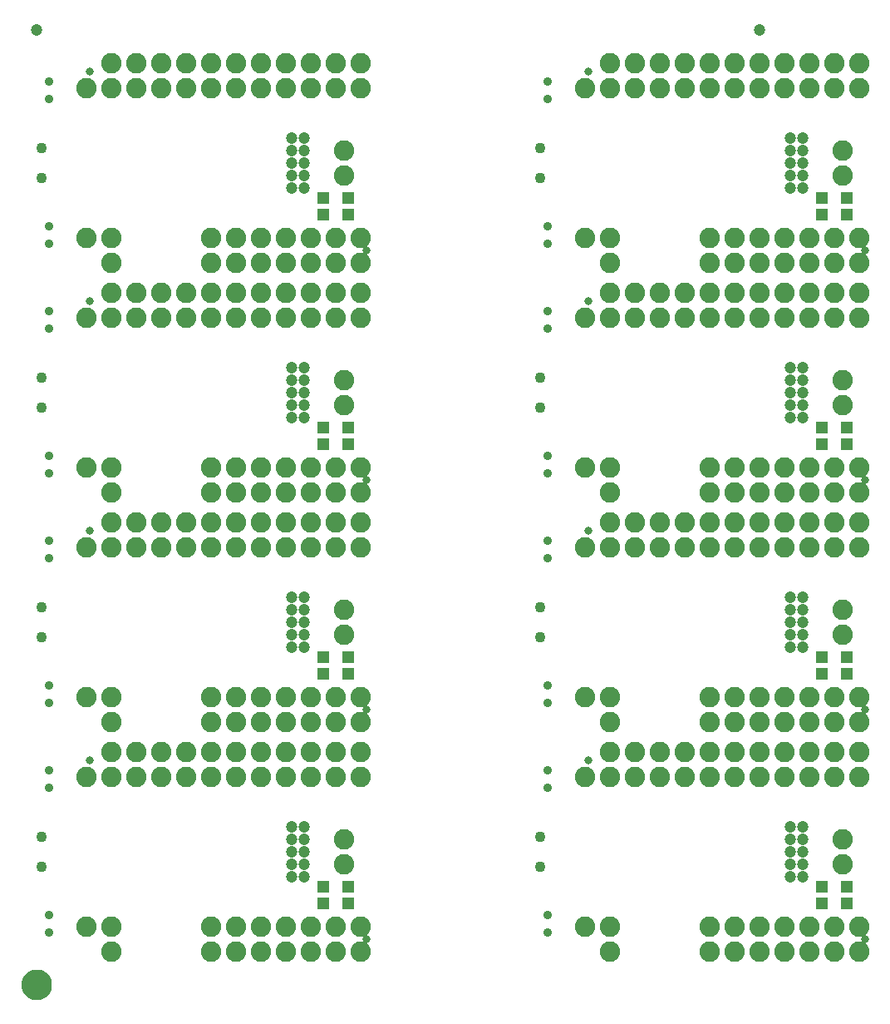
<source format=gbs>
G75*
%MOIN*%
%OFA0B0*%
%FSLAX25Y25*%
%IPPOS*%
%LPD*%
%AMOC8*
5,1,8,0,0,1.08239X$1,22.5*
%
%ADD10C,0.08200*%
%ADD11C,0.03556*%
%ADD12R,0.04737X0.05131*%
%ADD13C,0.04737*%
%ADD14C,0.04343*%
%ADD15C,0.03300*%
%ADD16C,0.05000*%
%ADD17C,0.06706*%
D10*
X0111750Y0043500D03*
X0121750Y0043500D03*
X0121750Y0033500D03*
X0161750Y0033500D03*
X0171750Y0033500D03*
X0181750Y0033500D03*
X0191750Y0033500D03*
X0201750Y0033500D03*
X0211750Y0033500D03*
X0221750Y0033500D03*
X0221750Y0043500D03*
X0211750Y0043500D03*
X0201750Y0043500D03*
X0191750Y0043500D03*
X0181750Y0043500D03*
X0171750Y0043500D03*
X0161750Y0043500D03*
X0215250Y0068500D03*
X0215250Y0078500D03*
X0211750Y0103500D03*
X0211750Y0113500D03*
X0201750Y0113500D03*
X0191750Y0113500D03*
X0191750Y0103500D03*
X0201750Y0103500D03*
X0181750Y0103500D03*
X0181750Y0113500D03*
X0171750Y0113500D03*
X0171750Y0103500D03*
X0161750Y0103500D03*
X0161750Y0113500D03*
X0151750Y0113500D03*
X0151750Y0103500D03*
X0141750Y0103500D03*
X0131750Y0103500D03*
X0131750Y0113500D03*
X0141750Y0113500D03*
X0121750Y0113500D03*
X0121750Y0103500D03*
X0111750Y0103500D03*
X0121750Y0125500D03*
X0121750Y0135500D03*
X0111750Y0135500D03*
X0161750Y0135500D03*
X0171750Y0135500D03*
X0181750Y0135500D03*
X0191750Y0135500D03*
X0201750Y0135500D03*
X0211750Y0135500D03*
X0221750Y0135500D03*
X0221750Y0125500D03*
X0211750Y0125500D03*
X0201750Y0125500D03*
X0191750Y0125500D03*
X0181750Y0125500D03*
X0171750Y0125500D03*
X0161750Y0125500D03*
X0215250Y0160500D03*
X0215250Y0170500D03*
X0211750Y0195500D03*
X0211750Y0205500D03*
X0201750Y0205500D03*
X0191750Y0205500D03*
X0191750Y0195500D03*
X0201750Y0195500D03*
X0181750Y0195500D03*
X0181750Y0205500D03*
X0171750Y0205500D03*
X0171750Y0195500D03*
X0161750Y0195500D03*
X0161750Y0205500D03*
X0151750Y0205500D03*
X0151750Y0195500D03*
X0141750Y0195500D03*
X0131750Y0195500D03*
X0131750Y0205500D03*
X0141750Y0205500D03*
X0121750Y0205500D03*
X0121750Y0195500D03*
X0111750Y0195500D03*
X0121750Y0217500D03*
X0121750Y0227500D03*
X0111750Y0227500D03*
X0161750Y0227500D03*
X0161750Y0217500D03*
X0171750Y0217500D03*
X0171750Y0227500D03*
X0181750Y0227500D03*
X0181750Y0217500D03*
X0191750Y0217500D03*
X0201750Y0217500D03*
X0201750Y0227500D03*
X0191750Y0227500D03*
X0211750Y0227500D03*
X0211750Y0217500D03*
X0221750Y0217500D03*
X0221750Y0227500D03*
X0221750Y0205500D03*
X0221750Y0195500D03*
X0215250Y0252500D03*
X0215250Y0262500D03*
X0211750Y0287500D03*
X0201750Y0287500D03*
X0191750Y0287500D03*
X0181750Y0287500D03*
X0171750Y0287500D03*
X0161750Y0287500D03*
X0151750Y0287500D03*
X0141750Y0287500D03*
X0131750Y0287500D03*
X0121750Y0287500D03*
X0111750Y0287500D03*
X0121750Y0297500D03*
X0131750Y0297500D03*
X0141750Y0297500D03*
X0151750Y0297500D03*
X0161750Y0297500D03*
X0171750Y0297500D03*
X0181750Y0297500D03*
X0191750Y0297500D03*
X0201750Y0297500D03*
X0211750Y0297500D03*
X0221750Y0297500D03*
X0221750Y0287500D03*
X0221750Y0309500D03*
X0221750Y0319500D03*
X0211750Y0319500D03*
X0211750Y0309500D03*
X0201750Y0309500D03*
X0191750Y0309500D03*
X0191750Y0319500D03*
X0201750Y0319500D03*
X0181750Y0319500D03*
X0181750Y0309500D03*
X0171750Y0309500D03*
X0171750Y0319500D03*
X0161750Y0319500D03*
X0161750Y0309500D03*
X0121750Y0309500D03*
X0121750Y0319500D03*
X0111750Y0319500D03*
X0111750Y0379500D03*
X0121750Y0379500D03*
X0131750Y0379500D03*
X0141750Y0379500D03*
X0151750Y0379500D03*
X0161750Y0379500D03*
X0171750Y0379500D03*
X0181750Y0379500D03*
X0191750Y0379500D03*
X0201750Y0379500D03*
X0211750Y0379500D03*
X0221750Y0379500D03*
X0221750Y0389500D03*
X0211750Y0389500D03*
X0201750Y0389500D03*
X0191750Y0389500D03*
X0181750Y0389500D03*
X0171750Y0389500D03*
X0161750Y0389500D03*
X0151750Y0389500D03*
X0141750Y0389500D03*
X0131750Y0389500D03*
X0121750Y0389500D03*
X0215250Y0354500D03*
X0215250Y0344500D03*
X0311750Y0319500D03*
X0321750Y0319500D03*
X0321750Y0309500D03*
X0321750Y0297500D03*
X0331750Y0297500D03*
X0341750Y0297500D03*
X0351750Y0297500D03*
X0361750Y0297500D03*
X0371750Y0297500D03*
X0381750Y0297500D03*
X0391750Y0297500D03*
X0401750Y0297500D03*
X0411750Y0297500D03*
X0421750Y0297500D03*
X0421750Y0287500D03*
X0411750Y0287500D03*
X0401750Y0287500D03*
X0391750Y0287500D03*
X0381750Y0287500D03*
X0371750Y0287500D03*
X0361750Y0287500D03*
X0351750Y0287500D03*
X0341750Y0287500D03*
X0331750Y0287500D03*
X0321750Y0287500D03*
X0311750Y0287500D03*
X0361750Y0309500D03*
X0371750Y0309500D03*
X0371750Y0319500D03*
X0361750Y0319500D03*
X0381750Y0319500D03*
X0381750Y0309500D03*
X0391750Y0309500D03*
X0391750Y0319500D03*
X0401750Y0319500D03*
X0401750Y0309500D03*
X0411750Y0309500D03*
X0421750Y0309500D03*
X0421750Y0319500D03*
X0411750Y0319500D03*
X0415250Y0344500D03*
X0415250Y0354500D03*
X0411750Y0379500D03*
X0421750Y0379500D03*
X0421750Y0389500D03*
X0411750Y0389500D03*
X0401750Y0389500D03*
X0391750Y0389500D03*
X0381750Y0389500D03*
X0371750Y0389500D03*
X0361750Y0389500D03*
X0351750Y0389500D03*
X0341750Y0389500D03*
X0331750Y0389500D03*
X0321750Y0389500D03*
X0321750Y0379500D03*
X0311750Y0379500D03*
X0331750Y0379500D03*
X0341750Y0379500D03*
X0351750Y0379500D03*
X0361750Y0379500D03*
X0371750Y0379500D03*
X0381750Y0379500D03*
X0391750Y0379500D03*
X0401750Y0379500D03*
X0415250Y0262500D03*
X0415250Y0252500D03*
X0411750Y0227500D03*
X0421750Y0227500D03*
X0421750Y0217500D03*
X0411750Y0217500D03*
X0401750Y0217500D03*
X0401750Y0227500D03*
X0391750Y0227500D03*
X0391750Y0217500D03*
X0381750Y0217500D03*
X0381750Y0227500D03*
X0371750Y0227500D03*
X0361750Y0227500D03*
X0361750Y0217500D03*
X0371750Y0217500D03*
X0371750Y0205500D03*
X0361750Y0205500D03*
X0361750Y0195500D03*
X0371750Y0195500D03*
X0381750Y0195500D03*
X0381750Y0205500D03*
X0391750Y0205500D03*
X0391750Y0195500D03*
X0401750Y0195500D03*
X0401750Y0205500D03*
X0411750Y0205500D03*
X0421750Y0205500D03*
X0421750Y0195500D03*
X0411750Y0195500D03*
X0415250Y0170500D03*
X0415250Y0160500D03*
X0411750Y0135500D03*
X0421750Y0135500D03*
X0421750Y0125500D03*
X0411750Y0125500D03*
X0401750Y0125500D03*
X0391750Y0125500D03*
X0381750Y0125500D03*
X0371750Y0125500D03*
X0361750Y0125500D03*
X0361750Y0135500D03*
X0371750Y0135500D03*
X0381750Y0135500D03*
X0391750Y0135500D03*
X0401750Y0135500D03*
X0401750Y0113500D03*
X0401750Y0103500D03*
X0391750Y0103500D03*
X0391750Y0113500D03*
X0381750Y0113500D03*
X0381750Y0103500D03*
X0371750Y0103500D03*
X0361750Y0103500D03*
X0361750Y0113500D03*
X0371750Y0113500D03*
X0351750Y0113500D03*
X0351750Y0103500D03*
X0341750Y0103500D03*
X0341750Y0113500D03*
X0331750Y0113500D03*
X0331750Y0103500D03*
X0321750Y0103500D03*
X0321750Y0113500D03*
X0311750Y0103500D03*
X0321750Y0125500D03*
X0321750Y0135500D03*
X0311750Y0135500D03*
X0311750Y0195500D03*
X0321750Y0195500D03*
X0321750Y0205500D03*
X0331750Y0205500D03*
X0331750Y0195500D03*
X0341750Y0195500D03*
X0341750Y0205500D03*
X0351750Y0205500D03*
X0351750Y0195500D03*
X0321750Y0217500D03*
X0321750Y0227500D03*
X0311750Y0227500D03*
X0221750Y0113500D03*
X0221750Y0103500D03*
X0311750Y0043500D03*
X0321750Y0043500D03*
X0321750Y0033500D03*
X0361750Y0033500D03*
X0371750Y0033500D03*
X0381750Y0033500D03*
X0391750Y0033500D03*
X0401750Y0033500D03*
X0411750Y0033500D03*
X0421750Y0033500D03*
X0421750Y0043500D03*
X0411750Y0043500D03*
X0401750Y0043500D03*
X0391750Y0043500D03*
X0381750Y0043500D03*
X0371750Y0043500D03*
X0361750Y0043500D03*
X0415250Y0068500D03*
X0415250Y0078500D03*
X0411750Y0103500D03*
X0421750Y0103500D03*
X0421750Y0113500D03*
X0411750Y0113500D03*
D11*
X0296750Y0106043D03*
X0296750Y0098957D03*
X0296750Y0132957D03*
X0296750Y0140043D03*
X0296750Y0190957D03*
X0296750Y0198043D03*
X0296750Y0224957D03*
X0296750Y0232043D03*
X0296750Y0282957D03*
X0296750Y0290043D03*
X0296750Y0316957D03*
X0296750Y0324043D03*
X0296750Y0374957D03*
X0296750Y0382043D03*
X0096750Y0382043D03*
X0096750Y0374957D03*
X0096750Y0324043D03*
X0096750Y0316957D03*
X0096750Y0290043D03*
X0096750Y0282957D03*
X0096750Y0232043D03*
X0096750Y0224957D03*
X0096750Y0198043D03*
X0096750Y0190957D03*
X0096750Y0140043D03*
X0096750Y0132957D03*
X0096750Y0106043D03*
X0096750Y0098957D03*
X0096750Y0048043D03*
X0096750Y0040957D03*
X0296750Y0040957D03*
X0296750Y0048043D03*
D12*
X0216750Y0052654D03*
X0216750Y0059346D03*
X0206750Y0059346D03*
X0206750Y0052654D03*
X0206750Y0144654D03*
X0206750Y0151346D03*
X0216750Y0151346D03*
X0216750Y0144654D03*
X0216750Y0236654D03*
X0216750Y0243346D03*
X0206750Y0243346D03*
X0206750Y0236654D03*
X0206750Y0328654D03*
X0206750Y0335346D03*
X0216750Y0335346D03*
X0216750Y0328654D03*
X0406750Y0328654D03*
X0406750Y0335346D03*
X0416750Y0335346D03*
X0416750Y0328654D03*
X0416750Y0243346D03*
X0416750Y0236654D03*
X0406750Y0236654D03*
X0406750Y0243346D03*
X0406750Y0151346D03*
X0406750Y0144654D03*
X0416750Y0144654D03*
X0416750Y0151346D03*
X0416750Y0059346D03*
X0416750Y0052654D03*
X0406750Y0052654D03*
X0406750Y0059346D03*
D13*
X0399250Y0063500D03*
X0399250Y0068500D03*
X0399250Y0073500D03*
X0399250Y0078500D03*
X0399250Y0083500D03*
X0394250Y0083500D03*
X0394250Y0078500D03*
X0394250Y0073500D03*
X0394250Y0068500D03*
X0394250Y0063500D03*
X0394250Y0155500D03*
X0394250Y0160500D03*
X0399250Y0160500D03*
X0399250Y0155500D03*
X0399250Y0165500D03*
X0399250Y0170500D03*
X0399250Y0175500D03*
X0394250Y0175500D03*
X0394250Y0170500D03*
X0394250Y0165500D03*
X0394250Y0247500D03*
X0394250Y0252500D03*
X0394250Y0257500D03*
X0399250Y0257500D03*
X0399250Y0252500D03*
X0399250Y0247500D03*
X0399250Y0262500D03*
X0399250Y0267500D03*
X0394250Y0267500D03*
X0394250Y0262500D03*
X0394250Y0339500D03*
X0394250Y0344500D03*
X0394250Y0349500D03*
X0394250Y0354500D03*
X0394250Y0359500D03*
X0399250Y0359500D03*
X0399250Y0354500D03*
X0399250Y0349500D03*
X0399250Y0344500D03*
X0399250Y0339500D03*
X0381750Y0402750D03*
X0199250Y0359500D03*
X0199250Y0354500D03*
X0199250Y0349500D03*
X0199250Y0344500D03*
X0199250Y0339500D03*
X0194250Y0339500D03*
X0194250Y0344500D03*
X0194250Y0349500D03*
X0194250Y0354500D03*
X0194250Y0359500D03*
X0091750Y0402750D03*
X0194250Y0267500D03*
X0194250Y0262500D03*
X0199250Y0262500D03*
X0199250Y0267500D03*
X0199250Y0257500D03*
X0199250Y0252500D03*
X0199250Y0247500D03*
X0194250Y0247500D03*
X0194250Y0252500D03*
X0194250Y0257500D03*
X0194250Y0175500D03*
X0194250Y0170500D03*
X0194250Y0165500D03*
X0199250Y0165500D03*
X0199250Y0170500D03*
X0199250Y0175500D03*
X0199250Y0160500D03*
X0199250Y0155500D03*
X0194250Y0155500D03*
X0194250Y0160500D03*
X0194250Y0083500D03*
X0194250Y0078500D03*
X0194250Y0073500D03*
X0194250Y0068500D03*
X0194250Y0063500D03*
X0199250Y0063500D03*
X0199250Y0068500D03*
X0199250Y0073500D03*
X0199250Y0078500D03*
X0199250Y0083500D03*
D14*
X0293950Y0079306D03*
X0293950Y0067494D03*
X0293950Y0159494D03*
X0293950Y0171306D03*
X0293950Y0251494D03*
X0293950Y0263306D03*
X0293950Y0343494D03*
X0293950Y0355306D03*
X0093950Y0355306D03*
X0093950Y0343494D03*
X0093950Y0263306D03*
X0093950Y0251494D03*
X0093950Y0171306D03*
X0093950Y0159494D03*
X0093950Y0079306D03*
X0093950Y0067494D03*
D15*
X0113250Y0110000D03*
X0224250Y0130500D03*
X0313250Y0110000D03*
X0224250Y0038500D03*
X0424250Y0038500D03*
X0424250Y0130500D03*
X0313250Y0202000D03*
X0224250Y0222500D03*
X0313250Y0294000D03*
X0224250Y0314500D03*
X0313250Y0386000D03*
X0424250Y0314500D03*
X0424250Y0222500D03*
X0113250Y0202000D03*
X0113250Y0294000D03*
X0113250Y0386000D03*
D16*
X0088185Y0020250D02*
X0088187Y0020369D01*
X0088193Y0020488D01*
X0088203Y0020607D01*
X0088217Y0020725D01*
X0088235Y0020843D01*
X0088256Y0020960D01*
X0088282Y0021076D01*
X0088312Y0021192D01*
X0088345Y0021306D01*
X0088382Y0021419D01*
X0088423Y0021531D01*
X0088468Y0021642D01*
X0088516Y0021751D01*
X0088568Y0021858D01*
X0088624Y0021963D01*
X0088683Y0022067D01*
X0088745Y0022168D01*
X0088811Y0022268D01*
X0088880Y0022365D01*
X0088952Y0022459D01*
X0089028Y0022552D01*
X0089106Y0022641D01*
X0089187Y0022728D01*
X0089272Y0022813D01*
X0089359Y0022894D01*
X0089448Y0022972D01*
X0089541Y0023048D01*
X0089635Y0023120D01*
X0089732Y0023189D01*
X0089832Y0023255D01*
X0089933Y0023317D01*
X0090037Y0023376D01*
X0090142Y0023432D01*
X0090249Y0023484D01*
X0090358Y0023532D01*
X0090469Y0023577D01*
X0090581Y0023618D01*
X0090694Y0023655D01*
X0090808Y0023688D01*
X0090924Y0023718D01*
X0091040Y0023744D01*
X0091157Y0023765D01*
X0091275Y0023783D01*
X0091393Y0023797D01*
X0091512Y0023807D01*
X0091631Y0023813D01*
X0091750Y0023815D01*
X0091869Y0023813D01*
X0091988Y0023807D01*
X0092107Y0023797D01*
X0092225Y0023783D01*
X0092343Y0023765D01*
X0092460Y0023744D01*
X0092576Y0023718D01*
X0092692Y0023688D01*
X0092806Y0023655D01*
X0092919Y0023618D01*
X0093031Y0023577D01*
X0093142Y0023532D01*
X0093251Y0023484D01*
X0093358Y0023432D01*
X0093463Y0023376D01*
X0093567Y0023317D01*
X0093668Y0023255D01*
X0093768Y0023189D01*
X0093865Y0023120D01*
X0093959Y0023048D01*
X0094052Y0022972D01*
X0094141Y0022894D01*
X0094228Y0022813D01*
X0094313Y0022728D01*
X0094394Y0022641D01*
X0094472Y0022552D01*
X0094548Y0022459D01*
X0094620Y0022365D01*
X0094689Y0022268D01*
X0094755Y0022168D01*
X0094817Y0022067D01*
X0094876Y0021963D01*
X0094932Y0021858D01*
X0094984Y0021751D01*
X0095032Y0021642D01*
X0095077Y0021531D01*
X0095118Y0021419D01*
X0095155Y0021306D01*
X0095188Y0021192D01*
X0095218Y0021076D01*
X0095244Y0020960D01*
X0095265Y0020843D01*
X0095283Y0020725D01*
X0095297Y0020607D01*
X0095307Y0020488D01*
X0095313Y0020369D01*
X0095315Y0020250D01*
X0095313Y0020131D01*
X0095307Y0020012D01*
X0095297Y0019893D01*
X0095283Y0019775D01*
X0095265Y0019657D01*
X0095244Y0019540D01*
X0095218Y0019424D01*
X0095188Y0019308D01*
X0095155Y0019194D01*
X0095118Y0019081D01*
X0095077Y0018969D01*
X0095032Y0018858D01*
X0094984Y0018749D01*
X0094932Y0018642D01*
X0094876Y0018537D01*
X0094817Y0018433D01*
X0094755Y0018332D01*
X0094689Y0018232D01*
X0094620Y0018135D01*
X0094548Y0018041D01*
X0094472Y0017948D01*
X0094394Y0017859D01*
X0094313Y0017772D01*
X0094228Y0017687D01*
X0094141Y0017606D01*
X0094052Y0017528D01*
X0093959Y0017452D01*
X0093865Y0017380D01*
X0093768Y0017311D01*
X0093668Y0017245D01*
X0093567Y0017183D01*
X0093463Y0017124D01*
X0093358Y0017068D01*
X0093251Y0017016D01*
X0093142Y0016968D01*
X0093031Y0016923D01*
X0092919Y0016882D01*
X0092806Y0016845D01*
X0092692Y0016812D01*
X0092576Y0016782D01*
X0092460Y0016756D01*
X0092343Y0016735D01*
X0092225Y0016717D01*
X0092107Y0016703D01*
X0091988Y0016693D01*
X0091869Y0016687D01*
X0091750Y0016685D01*
X0091631Y0016687D01*
X0091512Y0016693D01*
X0091393Y0016703D01*
X0091275Y0016717D01*
X0091157Y0016735D01*
X0091040Y0016756D01*
X0090924Y0016782D01*
X0090808Y0016812D01*
X0090694Y0016845D01*
X0090581Y0016882D01*
X0090469Y0016923D01*
X0090358Y0016968D01*
X0090249Y0017016D01*
X0090142Y0017068D01*
X0090037Y0017124D01*
X0089933Y0017183D01*
X0089832Y0017245D01*
X0089732Y0017311D01*
X0089635Y0017380D01*
X0089541Y0017452D01*
X0089448Y0017528D01*
X0089359Y0017606D01*
X0089272Y0017687D01*
X0089187Y0017772D01*
X0089106Y0017859D01*
X0089028Y0017948D01*
X0088952Y0018041D01*
X0088880Y0018135D01*
X0088811Y0018232D01*
X0088745Y0018332D01*
X0088683Y0018433D01*
X0088624Y0018537D01*
X0088568Y0018642D01*
X0088516Y0018749D01*
X0088468Y0018858D01*
X0088423Y0018969D01*
X0088382Y0019081D01*
X0088345Y0019194D01*
X0088312Y0019308D01*
X0088282Y0019424D01*
X0088256Y0019540D01*
X0088235Y0019657D01*
X0088217Y0019775D01*
X0088203Y0019893D01*
X0088193Y0020012D01*
X0088187Y0020131D01*
X0088185Y0020250D01*
D17*
X0091750Y0020250D03*
M02*

</source>
